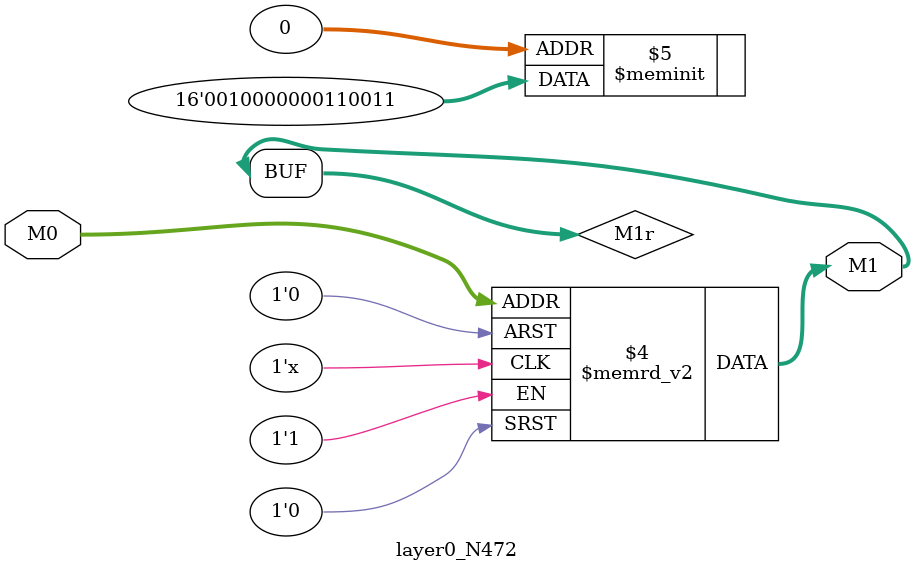
<source format=v>
module layer0_N472 ( input [2:0] M0, output [1:0] M1 );

	(*rom_style = "distributed" *) reg [1:0] M1r;
	assign M1 = M1r;
	always @ (M0) begin
		case (M0)
			3'b000: M1r = 2'b11;
			3'b100: M1r = 2'b00;
			3'b010: M1r = 2'b11;
			3'b110: M1r = 2'b10;
			3'b001: M1r = 2'b00;
			3'b101: M1r = 2'b00;
			3'b011: M1r = 2'b00;
			3'b111: M1r = 2'b00;

		endcase
	end
endmodule

</source>
